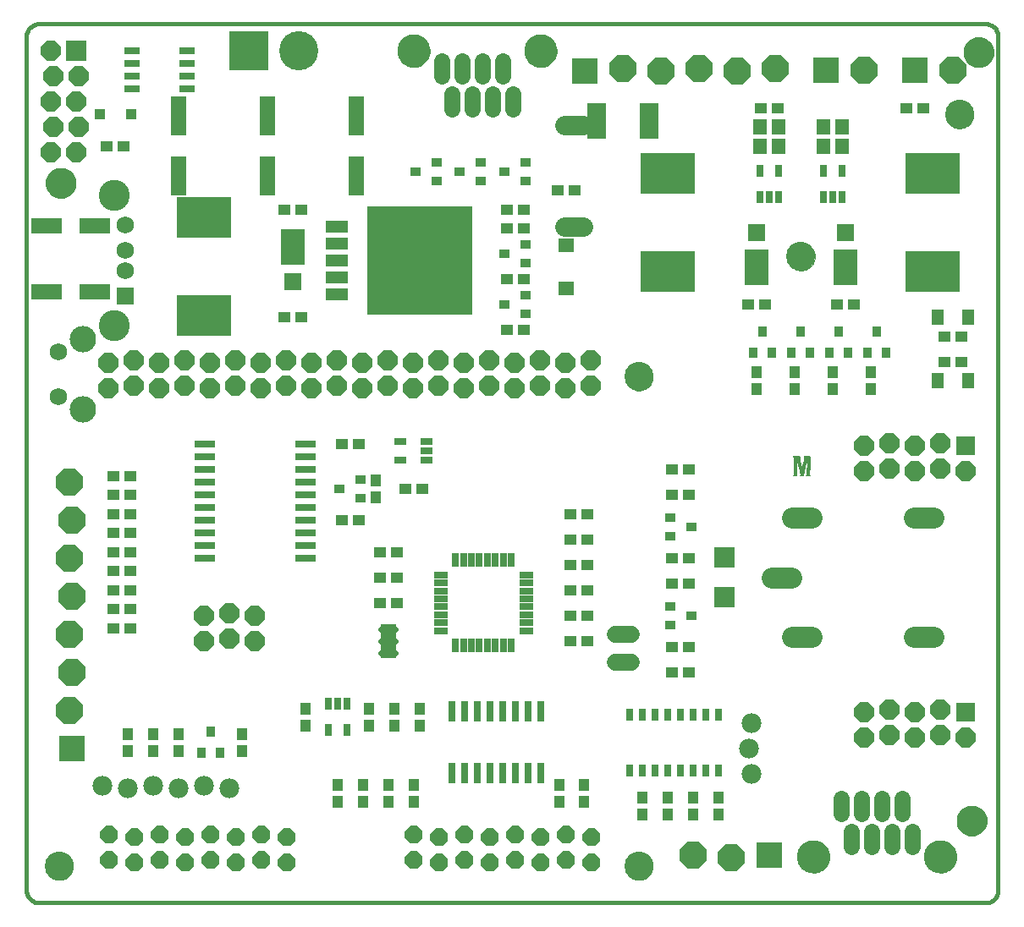
<source format=gts>
G75*
%MOIN*%
%OFA0B0*%
%FSLAX24Y24*%
%IPPOS*%
%LPD*%
%AMOC8*
5,1,8,0,0,1.08239X$1,22.5*
%
%ADD10C,0.0160*%
%ADD11C,0.0000*%
%ADD12C,0.1142*%
%ADD13C,0.0217*%
%ADD14R,0.0604X0.1376*%
%ADD15C,0.0680*%
%ADD16R,0.0540X0.0260*%
%ADD17R,0.0260X0.0540*%
%ADD18R,0.0434X0.0473*%
%ADD19R,0.0473X0.0434*%
%ADD20R,0.0591X0.1536*%
%ADD21OC8,0.0780*%
%ADD22C,0.0500*%
%ADD23C,0.0434*%
%ADD24C,0.0780*%
%ADD25R,0.1540X0.1540*%
%ADD26C,0.1540*%
%ADD27OC8,0.0700*%
%ADD28R,0.4138X0.4292*%
%ADD29R,0.0890X0.0460*%
%ADD30R,0.2166X0.1615*%
%ADD31R,0.1221X0.0591*%
%ADD32R,0.0946X0.1418*%
%ADD33R,0.0650X0.0709*%
%ADD34R,0.0394X0.0414*%
%ADD35R,0.0640X0.0280*%
%ADD36C,0.0780*%
%ADD37R,0.0300X0.0840*%
%ADD38R,0.0394X0.0355*%
%ADD39R,0.0512X0.0257*%
%ADD40R,0.0840X0.0300*%
%ADD41R,0.0257X0.0512*%
%ADD42R,0.0552X0.0631*%
%ADD43OC8,0.1040*%
%ADD44R,0.1040X0.1040*%
%ADD45R,0.0355X0.0394*%
%ADD46R,0.0780X0.0780*%
%ADD47C,0.0634*%
%ADD48C,0.1300*%
%ADD49C,0.0820*%
%ADD50R,0.0827X0.0827*%
%ADD51R,0.0512X0.0591*%
%ADD52C,0.0680*%
%ADD53C,0.1040*%
%ADD54OC8,0.0800*%
%ADD55R,0.0800X0.0800*%
%ADD56R,0.0276X0.0512*%
%ADD57R,0.0003X0.0003*%
%ADD58R,0.0029X0.0003*%
%ADD59R,0.0003X0.0003*%
%ADD60R,0.0044X0.0003*%
%ADD61R,0.0148X0.0003*%
%ADD62R,0.0112X0.0003*%
%ADD63R,0.0138X0.0003*%
%ADD64R,0.0159X0.0003*%
%ADD65R,0.0127X0.0003*%
%ADD66R,0.0159X0.0003*%
%ADD67R,0.0122X0.0003*%
%ADD68R,0.0156X0.0003*%
%ADD69R,0.0161X0.0003*%
%ADD70R,0.0161X0.0003*%
%ADD71R,0.0130X0.0003*%
%ADD72R,0.0161X0.0003*%
%ADD73R,0.0133X0.0003*%
%ADD74R,0.0164X0.0003*%
%ADD75R,0.0133X0.0003*%
%ADD76R,0.0135X0.0003*%
%ADD77R,0.0164X0.0003*%
%ADD78R,0.0138X0.0003*%
%ADD79R,0.0143X0.0003*%
%ADD80R,0.0140X0.0003*%
%ADD81R,0.0161X0.0003*%
%ADD82R,0.0164X0.0003*%
%ADD83R,0.0146X0.0003*%
%ADD84R,0.0146X0.0003*%
%ADD85R,0.0148X0.0003*%
%ADD86R,0.0164X0.0003*%
%ADD87R,0.0151X0.0003*%
%ADD88R,0.0153X0.0003*%
%ADD89R,0.0151X0.0003*%
%ADD90R,0.0153X0.0003*%
%ADD91R,0.0153X0.0003*%
%ADD92R,0.0156X0.0003*%
%ADD93R,0.0156X0.0003*%
%ADD94R,0.0166X0.0003*%
%ADD95R,0.0166X0.0003*%
%ADD96R,0.0169X0.0003*%
%ADD97R,0.0172X0.0003*%
%ADD98R,0.0174X0.0003*%
%ADD99R,0.0169X0.0003*%
%ADD100R,0.0179X0.0003*%
%ADD101R,0.0179X0.0003*%
%ADD102R,0.0185X0.0003*%
%ADD103R,0.0182X0.0003*%
%ADD104R,0.0185X0.0003*%
%ADD105R,0.0190X0.0003*%
%ADD106R,0.0192X0.0003*%
%ADD107R,0.0195X0.0003*%
%ADD108R,0.0198X0.0003*%
%ADD109R,0.0200X0.0003*%
%ADD110R,0.0203X0.0003*%
%ADD111R,0.0200X0.0003*%
%ADD112R,0.0203X0.0003*%
%ADD113R,0.0205X0.0003*%
%ADD114R,0.0205X0.0003*%
%ADD115R,0.0208X0.0003*%
%ADD116R,0.0208X0.0003*%
%ADD117R,0.0211X0.0003*%
%ADD118R,0.0213X0.0003*%
%ADD119R,0.0213X0.0003*%
%ADD120R,0.0216X0.0003*%
%ADD121R,0.0216X0.0003*%
%ADD122R,0.0218X0.0003*%
%ADD123R,0.0221X0.0003*%
%ADD124R,0.0221X0.0003*%
%ADD125R,0.0221X0.0003*%
%ADD126R,0.0224X0.0003*%
%ADD127R,0.0226X0.0003*%
%ADD128R,0.0226X0.0003*%
%ADD129R,0.0231X0.0003*%
%ADD130R,0.0229X0.0003*%
%ADD131R,0.0231X0.0003*%
%ADD132R,0.0234X0.0003*%
%ADD133R,0.0237X0.0003*%
%ADD134R,0.0239X0.0003*%
%ADD135R,0.0156X0.0003*%
%ADD136R,0.0242X0.0003*%
%ADD137R,0.0239X0.0003*%
%ADD138R,0.0242X0.0003*%
%ADD139R,0.0244X0.0003*%
%ADD140R,0.0244X0.0003*%
%ADD141R,0.0247X0.0003*%
%ADD142R,0.0250X0.0003*%
%ADD143R,0.0250X0.0003*%
%ADD144R,0.0252X0.0003*%
%ADD145R,0.0153X0.0003*%
%ADD146R,0.0252X0.0003*%
%ADD147R,0.0255X0.0003*%
%ADD148R,0.0255X0.0003*%
%ADD149R,0.0257X0.0003*%
%ADD150R,0.0257X0.0003*%
%ADD151R,0.0260X0.0003*%
%ADD152R,0.0260X0.0003*%
%ADD153R,0.0263X0.0003*%
%ADD154R,0.0265X0.0003*%
%ADD155R,0.0265X0.0003*%
%ADD156R,0.0268X0.0003*%
%ADD157R,0.0133X0.0003*%
%ADD158R,0.0127X0.0003*%
%ADD159R,0.0130X0.0003*%
%ADD160R,0.0127X0.0003*%
%ADD161R,0.0127X0.0003*%
%ADD162R,0.0125X0.0003*%
%ADD163R,0.0125X0.0003*%
%ADD164R,0.0125X0.0003*%
%ADD165R,0.0122X0.0003*%
%ADD166R,0.0125X0.0003*%
%ADD167R,0.0133X0.0003*%
%ADD168R,0.0296X0.0003*%
%ADD169R,0.0296X0.0003*%
%ADD170R,0.0294X0.0003*%
%ADD171R,0.0296X0.0003*%
%ADD172R,0.0294X0.0003*%
%ADD173R,0.0294X0.0003*%
%ADD174R,0.0294X0.0003*%
%ADD175R,0.0291X0.0003*%
%ADD176R,0.0291X0.0003*%
%ADD177R,0.0289X0.0003*%
%ADD178R,0.0289X0.0003*%
%ADD179R,0.0286X0.0003*%
%ADD180R,0.0286X0.0003*%
%ADD181R,0.0286X0.0003*%
%ADD182R,0.0286X0.0003*%
%ADD183R,0.0283X0.0003*%
%ADD184R,0.0283X0.0003*%
%ADD185R,0.0281X0.0003*%
%ADD186R,0.0278X0.0003*%
%ADD187R,0.0281X0.0003*%
%ADD188R,0.0278X0.0003*%
%ADD189R,0.0278X0.0003*%
%ADD190R,0.0276X0.0003*%
%ADD191R,0.0278X0.0003*%
%ADD192R,0.0276X0.0003*%
%ADD193R,0.0273X0.0003*%
%ADD194R,0.0273X0.0003*%
%ADD195R,0.0273X0.0003*%
%ADD196R,0.0273X0.0003*%
%ADD197R,0.0270X0.0003*%
%ADD198R,0.0270X0.0003*%
%ADD199R,0.0268X0.0003*%
%ADD200R,0.0268X0.0003*%
%ADD201R,0.0263X0.0003*%
%ADD202R,0.0263X0.0003*%
%ADD203R,0.0263X0.0003*%
%ADD204R,0.0265X0.0003*%
%ADD205R,0.0255X0.0003*%
%ADD206R,0.0257X0.0003*%
%ADD207R,0.0247X0.0003*%
%ADD208R,0.0244X0.0003*%
%ADD209R,0.0237X0.0003*%
%ADD210R,0.0237X0.0003*%
%ADD211R,0.0003X0.0003*%
%ADD212R,0.0003X0.0003*%
%ADD213R,0.0190X0.0003*%
%ADD214R,0.0619X0.0540*%
%ADD215C,0.1221*%
%ADD216R,0.0690X0.0690*%
%ADD217C,0.0690*%
%ADD218R,0.0741X0.1418*%
D10*
X008367Y006725D02*
X008367Y040371D01*
X008369Y040415D01*
X008375Y040458D01*
X008384Y040500D01*
X008397Y040542D01*
X008414Y040582D01*
X008434Y040621D01*
X008457Y040658D01*
X008484Y040692D01*
X008513Y040725D01*
X008546Y040754D01*
X008580Y040781D01*
X008617Y040804D01*
X008656Y040824D01*
X008696Y040841D01*
X008738Y040854D01*
X008780Y040863D01*
X008823Y040869D01*
X008867Y040871D01*
X046135Y040871D01*
X046179Y040869D01*
X046222Y040863D01*
X046264Y040854D01*
X046306Y040841D01*
X046346Y040824D01*
X046385Y040804D01*
X046422Y040781D01*
X046456Y040754D01*
X046489Y040725D01*
X046518Y040692D01*
X046545Y040658D01*
X046568Y040621D01*
X046588Y040582D01*
X046605Y040542D01*
X046618Y040500D01*
X046627Y040458D01*
X046633Y040415D01*
X046635Y040371D01*
X046635Y006725D01*
X046633Y006681D01*
X046627Y006638D01*
X046618Y006596D01*
X046605Y006554D01*
X046588Y006514D01*
X046568Y006475D01*
X046545Y006438D01*
X046518Y006404D01*
X046489Y006371D01*
X046456Y006342D01*
X046422Y006315D01*
X046385Y006292D01*
X046346Y006272D01*
X046306Y006255D01*
X046264Y006242D01*
X046222Y006233D01*
X046179Y006227D01*
X046135Y006225D01*
X008867Y006225D01*
X008823Y006227D01*
X008780Y006233D01*
X008738Y006242D01*
X008696Y006255D01*
X008656Y006272D01*
X008617Y006292D01*
X008580Y006315D01*
X008546Y006342D01*
X008513Y006371D01*
X008484Y006404D01*
X008457Y006438D01*
X008434Y006475D01*
X008414Y006514D01*
X008397Y006554D01*
X008384Y006596D01*
X008375Y006638D01*
X008369Y006681D01*
X008367Y006725D01*
D11*
X009103Y007678D02*
X009105Y007725D01*
X009111Y007771D01*
X009121Y007817D01*
X009134Y007862D01*
X009152Y007905D01*
X009173Y007947D01*
X009197Y007987D01*
X009225Y008024D01*
X009256Y008059D01*
X009290Y008092D01*
X009326Y008121D01*
X009365Y008147D01*
X009406Y008170D01*
X009449Y008189D01*
X009493Y008205D01*
X009538Y008217D01*
X009584Y008225D01*
X009631Y008229D01*
X009677Y008229D01*
X009724Y008225D01*
X009770Y008217D01*
X009815Y008205D01*
X009859Y008189D01*
X009902Y008170D01*
X009943Y008147D01*
X009982Y008121D01*
X010018Y008092D01*
X010052Y008059D01*
X010083Y008024D01*
X010111Y007987D01*
X010135Y007947D01*
X010156Y007905D01*
X010174Y007862D01*
X010187Y007817D01*
X010197Y007771D01*
X010203Y007725D01*
X010205Y007678D01*
X010203Y007631D01*
X010197Y007585D01*
X010187Y007539D01*
X010174Y007494D01*
X010156Y007451D01*
X010135Y007409D01*
X010111Y007369D01*
X010083Y007332D01*
X010052Y007297D01*
X010018Y007264D01*
X009982Y007235D01*
X009943Y007209D01*
X009902Y007186D01*
X009859Y007167D01*
X009815Y007151D01*
X009770Y007139D01*
X009724Y007131D01*
X009677Y007127D01*
X009631Y007127D01*
X009584Y007131D01*
X009538Y007139D01*
X009493Y007151D01*
X009449Y007167D01*
X009406Y007186D01*
X009365Y007209D01*
X009326Y007235D01*
X009290Y007264D01*
X009256Y007297D01*
X009225Y007332D01*
X009197Y007369D01*
X009173Y007409D01*
X009152Y007451D01*
X009134Y007494D01*
X009121Y007539D01*
X009111Y007585D01*
X009105Y007631D01*
X009103Y007678D01*
X031938Y007678D02*
X031940Y007725D01*
X031946Y007771D01*
X031956Y007817D01*
X031969Y007862D01*
X031987Y007905D01*
X032008Y007947D01*
X032032Y007987D01*
X032060Y008024D01*
X032091Y008059D01*
X032125Y008092D01*
X032161Y008121D01*
X032200Y008147D01*
X032241Y008170D01*
X032284Y008189D01*
X032328Y008205D01*
X032373Y008217D01*
X032419Y008225D01*
X032466Y008229D01*
X032512Y008229D01*
X032559Y008225D01*
X032605Y008217D01*
X032650Y008205D01*
X032694Y008189D01*
X032737Y008170D01*
X032778Y008147D01*
X032817Y008121D01*
X032853Y008092D01*
X032887Y008059D01*
X032918Y008024D01*
X032946Y007987D01*
X032970Y007947D01*
X032991Y007905D01*
X033009Y007862D01*
X033022Y007817D01*
X033032Y007771D01*
X033038Y007725D01*
X033040Y007678D01*
X033038Y007631D01*
X033032Y007585D01*
X033022Y007539D01*
X033009Y007494D01*
X032991Y007451D01*
X032970Y007409D01*
X032946Y007369D01*
X032918Y007332D01*
X032887Y007297D01*
X032853Y007264D01*
X032817Y007235D01*
X032778Y007209D01*
X032737Y007186D01*
X032694Y007167D01*
X032650Y007151D01*
X032605Y007139D01*
X032559Y007131D01*
X032512Y007127D01*
X032466Y007127D01*
X032419Y007131D01*
X032373Y007139D01*
X032328Y007151D01*
X032284Y007167D01*
X032241Y007186D01*
X032200Y007209D01*
X032161Y007235D01*
X032125Y007264D01*
X032091Y007297D01*
X032060Y007332D01*
X032032Y007369D01*
X032008Y007409D01*
X031987Y007451D01*
X031969Y007494D01*
X031956Y007539D01*
X031946Y007585D01*
X031940Y007631D01*
X031938Y007678D01*
X038737Y008050D02*
X038739Y008100D01*
X038745Y008150D01*
X038755Y008199D01*
X038769Y008247D01*
X038786Y008294D01*
X038807Y008339D01*
X038832Y008383D01*
X038860Y008424D01*
X038892Y008463D01*
X038926Y008500D01*
X038963Y008534D01*
X039003Y008564D01*
X039045Y008591D01*
X039089Y008615D01*
X039135Y008636D01*
X039182Y008652D01*
X039230Y008665D01*
X039280Y008674D01*
X039329Y008679D01*
X039380Y008680D01*
X039430Y008677D01*
X039479Y008670D01*
X039528Y008659D01*
X039576Y008644D01*
X039622Y008626D01*
X039667Y008604D01*
X039710Y008578D01*
X039751Y008549D01*
X039790Y008517D01*
X039826Y008482D01*
X039858Y008444D01*
X039888Y008404D01*
X039915Y008361D01*
X039938Y008317D01*
X039957Y008271D01*
X039973Y008223D01*
X039985Y008174D01*
X039993Y008125D01*
X039997Y008075D01*
X039997Y008025D01*
X039993Y007975D01*
X039985Y007926D01*
X039973Y007877D01*
X039957Y007829D01*
X039938Y007783D01*
X039915Y007739D01*
X039888Y007696D01*
X039858Y007656D01*
X039826Y007618D01*
X039790Y007583D01*
X039751Y007551D01*
X039710Y007522D01*
X039667Y007496D01*
X039622Y007474D01*
X039576Y007456D01*
X039528Y007441D01*
X039479Y007430D01*
X039430Y007423D01*
X039380Y007420D01*
X039329Y007421D01*
X039280Y007426D01*
X039230Y007435D01*
X039182Y007448D01*
X039135Y007464D01*
X039089Y007485D01*
X039045Y007509D01*
X039003Y007536D01*
X038963Y007566D01*
X038926Y007600D01*
X038892Y007637D01*
X038860Y007676D01*
X038832Y007717D01*
X038807Y007761D01*
X038786Y007806D01*
X038769Y007853D01*
X038755Y007901D01*
X038745Y007950D01*
X038739Y008000D01*
X038737Y008050D01*
X043737Y008050D02*
X043739Y008100D01*
X043745Y008150D01*
X043755Y008199D01*
X043769Y008247D01*
X043786Y008294D01*
X043807Y008339D01*
X043832Y008383D01*
X043860Y008424D01*
X043892Y008463D01*
X043926Y008500D01*
X043963Y008534D01*
X044003Y008564D01*
X044045Y008591D01*
X044089Y008615D01*
X044135Y008636D01*
X044182Y008652D01*
X044230Y008665D01*
X044280Y008674D01*
X044329Y008679D01*
X044380Y008680D01*
X044430Y008677D01*
X044479Y008670D01*
X044528Y008659D01*
X044576Y008644D01*
X044622Y008626D01*
X044667Y008604D01*
X044710Y008578D01*
X044751Y008549D01*
X044790Y008517D01*
X044826Y008482D01*
X044858Y008444D01*
X044888Y008404D01*
X044915Y008361D01*
X044938Y008317D01*
X044957Y008271D01*
X044973Y008223D01*
X044985Y008174D01*
X044993Y008125D01*
X044997Y008075D01*
X044997Y008025D01*
X044993Y007975D01*
X044985Y007926D01*
X044973Y007877D01*
X044957Y007829D01*
X044938Y007783D01*
X044915Y007739D01*
X044888Y007696D01*
X044858Y007656D01*
X044826Y007618D01*
X044790Y007583D01*
X044751Y007551D01*
X044710Y007522D01*
X044667Y007496D01*
X044622Y007474D01*
X044576Y007456D01*
X044528Y007441D01*
X044479Y007430D01*
X044430Y007423D01*
X044380Y007420D01*
X044329Y007421D01*
X044280Y007426D01*
X044230Y007435D01*
X044182Y007448D01*
X044135Y007464D01*
X044089Y007485D01*
X044045Y007509D01*
X044003Y007536D01*
X043963Y007566D01*
X043926Y007600D01*
X043892Y007637D01*
X043860Y007676D01*
X043832Y007717D01*
X043807Y007761D01*
X043786Y007806D01*
X043769Y007853D01*
X043755Y007901D01*
X043745Y007950D01*
X043739Y008000D01*
X043737Y008050D01*
X031938Y026969D02*
X031940Y027016D01*
X031946Y027062D01*
X031956Y027108D01*
X031969Y027153D01*
X031987Y027196D01*
X032008Y027238D01*
X032032Y027278D01*
X032060Y027315D01*
X032091Y027350D01*
X032125Y027383D01*
X032161Y027412D01*
X032200Y027438D01*
X032241Y027461D01*
X032284Y027480D01*
X032328Y027496D01*
X032373Y027508D01*
X032419Y027516D01*
X032466Y027520D01*
X032512Y027520D01*
X032559Y027516D01*
X032605Y027508D01*
X032650Y027496D01*
X032694Y027480D01*
X032737Y027461D01*
X032778Y027438D01*
X032817Y027412D01*
X032853Y027383D01*
X032887Y027350D01*
X032918Y027315D01*
X032946Y027278D01*
X032970Y027238D01*
X032991Y027196D01*
X033009Y027153D01*
X033022Y027108D01*
X033032Y027062D01*
X033038Y027016D01*
X033040Y026969D01*
X033038Y026922D01*
X033032Y026876D01*
X033022Y026830D01*
X033009Y026785D01*
X032991Y026742D01*
X032970Y026700D01*
X032946Y026660D01*
X032918Y026623D01*
X032887Y026588D01*
X032853Y026555D01*
X032817Y026526D01*
X032778Y026500D01*
X032737Y026477D01*
X032694Y026458D01*
X032650Y026442D01*
X032605Y026430D01*
X032559Y026422D01*
X032512Y026418D01*
X032466Y026418D01*
X032419Y026422D01*
X032373Y026430D01*
X032328Y026442D01*
X032284Y026458D01*
X032241Y026477D01*
X032200Y026500D01*
X032161Y026526D01*
X032125Y026555D01*
X032091Y026588D01*
X032060Y026623D01*
X032032Y026660D01*
X032008Y026700D01*
X031987Y026742D01*
X031969Y026785D01*
X031956Y026830D01*
X031946Y026876D01*
X031940Y026922D01*
X031938Y026969D01*
X038316Y031700D02*
X038318Y031747D01*
X038324Y031793D01*
X038334Y031839D01*
X038347Y031884D01*
X038365Y031927D01*
X038386Y031969D01*
X038410Y032009D01*
X038438Y032046D01*
X038469Y032081D01*
X038503Y032114D01*
X038539Y032143D01*
X038578Y032169D01*
X038619Y032192D01*
X038662Y032211D01*
X038706Y032227D01*
X038751Y032239D01*
X038797Y032247D01*
X038844Y032251D01*
X038890Y032251D01*
X038937Y032247D01*
X038983Y032239D01*
X039028Y032227D01*
X039072Y032211D01*
X039115Y032192D01*
X039156Y032169D01*
X039195Y032143D01*
X039231Y032114D01*
X039265Y032081D01*
X039296Y032046D01*
X039324Y032009D01*
X039348Y031969D01*
X039369Y031927D01*
X039387Y031884D01*
X039400Y031839D01*
X039410Y031793D01*
X039416Y031747D01*
X039418Y031700D01*
X039416Y031653D01*
X039410Y031607D01*
X039400Y031561D01*
X039387Y031516D01*
X039369Y031473D01*
X039348Y031431D01*
X039324Y031391D01*
X039296Y031354D01*
X039265Y031319D01*
X039231Y031286D01*
X039195Y031257D01*
X039156Y031231D01*
X039115Y031208D01*
X039072Y031189D01*
X039028Y031173D01*
X038983Y031161D01*
X038937Y031153D01*
X038890Y031149D01*
X038844Y031149D01*
X038797Y031153D01*
X038751Y031161D01*
X038706Y031173D01*
X038662Y031189D01*
X038619Y031208D01*
X038578Y031231D01*
X038539Y031257D01*
X038503Y031286D01*
X038469Y031319D01*
X038438Y031354D01*
X038410Y031391D01*
X038386Y031431D01*
X038365Y031473D01*
X038347Y031516D01*
X038334Y031561D01*
X038324Y031607D01*
X038318Y031653D01*
X038316Y031700D01*
X044566Y037300D02*
X044568Y037347D01*
X044574Y037393D01*
X044584Y037439D01*
X044597Y037484D01*
X044615Y037527D01*
X044636Y037569D01*
X044660Y037609D01*
X044688Y037646D01*
X044719Y037681D01*
X044753Y037714D01*
X044789Y037743D01*
X044828Y037769D01*
X044869Y037792D01*
X044912Y037811D01*
X044956Y037827D01*
X045001Y037839D01*
X045047Y037847D01*
X045094Y037851D01*
X045140Y037851D01*
X045187Y037847D01*
X045233Y037839D01*
X045278Y037827D01*
X045322Y037811D01*
X045365Y037792D01*
X045406Y037769D01*
X045445Y037743D01*
X045481Y037714D01*
X045515Y037681D01*
X045546Y037646D01*
X045574Y037609D01*
X045598Y037569D01*
X045619Y037527D01*
X045637Y037484D01*
X045650Y037439D01*
X045660Y037393D01*
X045666Y037347D01*
X045668Y037300D01*
X045666Y037253D01*
X045660Y037207D01*
X045650Y037161D01*
X045637Y037116D01*
X045619Y037073D01*
X045598Y037031D01*
X045574Y036991D01*
X045546Y036954D01*
X045515Y036919D01*
X045481Y036886D01*
X045445Y036857D01*
X045406Y036831D01*
X045365Y036808D01*
X045322Y036789D01*
X045278Y036773D01*
X045233Y036761D01*
X045187Y036753D01*
X045140Y036749D01*
X045094Y036749D01*
X045047Y036753D01*
X045001Y036761D01*
X044956Y036773D01*
X044912Y036789D01*
X044869Y036808D01*
X044828Y036831D01*
X044789Y036857D01*
X044753Y036886D01*
X044719Y036919D01*
X044688Y036954D01*
X044660Y036991D01*
X044636Y037031D01*
X044615Y037073D01*
X044597Y037116D01*
X044584Y037161D01*
X044574Y037207D01*
X044568Y037253D01*
X044566Y037300D01*
X027987Y039800D02*
X027989Y039850D01*
X027995Y039900D01*
X028005Y039949D01*
X028019Y039997D01*
X028036Y040044D01*
X028057Y040089D01*
X028082Y040133D01*
X028110Y040174D01*
X028142Y040213D01*
X028176Y040250D01*
X028213Y040284D01*
X028253Y040314D01*
X028295Y040341D01*
X028339Y040365D01*
X028385Y040386D01*
X028432Y040402D01*
X028480Y040415D01*
X028530Y040424D01*
X028579Y040429D01*
X028630Y040430D01*
X028680Y040427D01*
X028729Y040420D01*
X028778Y040409D01*
X028826Y040394D01*
X028872Y040376D01*
X028917Y040354D01*
X028960Y040328D01*
X029001Y040299D01*
X029040Y040267D01*
X029076Y040232D01*
X029108Y040194D01*
X029138Y040154D01*
X029165Y040111D01*
X029188Y040067D01*
X029207Y040021D01*
X029223Y039973D01*
X029235Y039924D01*
X029243Y039875D01*
X029247Y039825D01*
X029247Y039775D01*
X029243Y039725D01*
X029235Y039676D01*
X029223Y039627D01*
X029207Y039579D01*
X029188Y039533D01*
X029165Y039489D01*
X029138Y039446D01*
X029108Y039406D01*
X029076Y039368D01*
X029040Y039333D01*
X029001Y039301D01*
X028960Y039272D01*
X028917Y039246D01*
X028872Y039224D01*
X028826Y039206D01*
X028778Y039191D01*
X028729Y039180D01*
X028680Y039173D01*
X028630Y039170D01*
X028579Y039171D01*
X028530Y039176D01*
X028480Y039185D01*
X028432Y039198D01*
X028385Y039214D01*
X028339Y039235D01*
X028295Y039259D01*
X028253Y039286D01*
X028213Y039316D01*
X028176Y039350D01*
X028142Y039387D01*
X028110Y039426D01*
X028082Y039467D01*
X028057Y039511D01*
X028036Y039556D01*
X028019Y039603D01*
X028005Y039651D01*
X027995Y039700D01*
X027989Y039750D01*
X027987Y039800D01*
X022987Y039800D02*
X022989Y039850D01*
X022995Y039900D01*
X023005Y039949D01*
X023019Y039997D01*
X023036Y040044D01*
X023057Y040089D01*
X023082Y040133D01*
X023110Y040174D01*
X023142Y040213D01*
X023176Y040250D01*
X023213Y040284D01*
X023253Y040314D01*
X023295Y040341D01*
X023339Y040365D01*
X023385Y040386D01*
X023432Y040402D01*
X023480Y040415D01*
X023530Y040424D01*
X023579Y040429D01*
X023630Y040430D01*
X023680Y040427D01*
X023729Y040420D01*
X023778Y040409D01*
X023826Y040394D01*
X023872Y040376D01*
X023917Y040354D01*
X023960Y040328D01*
X024001Y040299D01*
X024040Y040267D01*
X024076Y040232D01*
X024108Y040194D01*
X024138Y040154D01*
X024165Y040111D01*
X024188Y040067D01*
X024207Y040021D01*
X024223Y039973D01*
X024235Y039924D01*
X024243Y039875D01*
X024247Y039825D01*
X024247Y039775D01*
X024243Y039725D01*
X024235Y039676D01*
X024223Y039627D01*
X024207Y039579D01*
X024188Y039533D01*
X024165Y039489D01*
X024138Y039446D01*
X024108Y039406D01*
X024076Y039368D01*
X024040Y039333D01*
X024001Y039301D01*
X023960Y039272D01*
X023917Y039246D01*
X023872Y039224D01*
X023826Y039206D01*
X023778Y039191D01*
X023729Y039180D01*
X023680Y039173D01*
X023630Y039170D01*
X023579Y039171D01*
X023530Y039176D01*
X023480Y039185D01*
X023432Y039198D01*
X023385Y039214D01*
X023339Y039235D01*
X023295Y039259D01*
X023253Y039286D01*
X023213Y039316D01*
X023176Y039350D01*
X023142Y039387D01*
X023110Y039426D01*
X023082Y039467D01*
X023057Y039511D01*
X023036Y039556D01*
X023019Y039603D01*
X023005Y039651D01*
X022995Y039700D01*
X022989Y039750D01*
X022987Y039800D01*
D12*
X032489Y026969D03*
X038867Y031700D03*
X045117Y037300D03*
X032489Y007678D03*
X009654Y007678D03*
D13*
X022330Y016078D02*
X022330Y016078D01*
X022904Y016078D01*
X022904Y016078D01*
X022330Y016078D01*
X022330Y016550D02*
X022330Y016550D01*
X022904Y016550D01*
X022904Y016550D01*
X022330Y016550D01*
X022330Y017022D02*
X022330Y017022D01*
X022904Y017022D01*
X022904Y017022D01*
X022330Y017022D01*
D14*
X022616Y016551D03*
D15*
X031547Y016800D02*
X032187Y016800D01*
X032187Y015700D02*
X031547Y015700D01*
D16*
X028057Y016948D03*
X028057Y017263D03*
X028057Y017578D03*
X028057Y017893D03*
X028057Y018207D03*
X028057Y018522D03*
X028057Y018837D03*
X028057Y019152D03*
X024677Y019152D03*
X024677Y018837D03*
X024677Y018522D03*
X024677Y018207D03*
X024677Y017893D03*
X024677Y017578D03*
X024677Y017263D03*
X024677Y016948D03*
D17*
X025265Y016360D03*
X025579Y016360D03*
X025894Y016360D03*
X026209Y016360D03*
X026524Y016360D03*
X026839Y016360D03*
X027154Y016360D03*
X027469Y016360D03*
X027469Y019740D03*
X027154Y019740D03*
X026839Y019740D03*
X026524Y019740D03*
X026209Y019740D03*
X025894Y019740D03*
X025579Y019740D03*
X025265Y019740D03*
D18*
X022117Y022215D03*
X022117Y022885D03*
X021867Y013885D03*
X021867Y013215D03*
X022867Y013215D03*
X022867Y013885D03*
X023867Y013885D03*
X023867Y013215D03*
X023617Y010885D03*
X023617Y010215D03*
X022617Y010215D03*
X022617Y010885D03*
X021617Y010885D03*
X021617Y010215D03*
X020617Y010215D03*
X020617Y010885D03*
X019367Y013215D03*
X019367Y013885D03*
X016867Y012885D03*
X016867Y012215D03*
X014367Y012215D03*
X014367Y012885D03*
X013367Y012885D03*
X013367Y012215D03*
X012367Y012215D03*
X012367Y012885D03*
X029367Y010885D03*
X029367Y010215D03*
X030317Y010215D03*
X030317Y010885D03*
X032617Y010385D03*
X032617Y009715D03*
X033617Y009715D03*
X033617Y010385D03*
X034617Y010385D03*
X034617Y009715D03*
X035617Y009715D03*
X035617Y010385D03*
X037117Y026465D03*
X037117Y027135D03*
X038617Y027135D03*
X038617Y026465D03*
X040117Y026465D03*
X040117Y027135D03*
X041617Y027135D03*
X041617Y026465D03*
D19*
X044532Y027550D03*
X045202Y027550D03*
X045202Y028550D03*
X044532Y028550D03*
X040952Y029800D03*
X040282Y029800D03*
X037452Y029800D03*
X036782Y029800D03*
X029952Y034300D03*
X029282Y034300D03*
X027952Y033550D03*
X027282Y033550D03*
X027282Y032800D03*
X027952Y032800D03*
X027952Y030800D03*
X027282Y030800D03*
X027282Y028800D03*
X027952Y028800D03*
X021452Y024300D03*
X020782Y024300D03*
X023282Y022550D03*
X023952Y022550D03*
X022952Y020050D03*
X022282Y020050D03*
X021452Y021300D03*
X020782Y021300D03*
X022282Y019050D03*
X022952Y019050D03*
X022952Y018050D03*
X022282Y018050D03*
X029782Y017550D03*
X030452Y017550D03*
X030452Y016550D03*
X029782Y016550D03*
X029782Y018550D03*
X030452Y018550D03*
X030452Y019550D03*
X029782Y019550D03*
X029782Y020550D03*
X030452Y020550D03*
X030452Y021550D03*
X029782Y021550D03*
X033782Y022300D03*
X034452Y022300D03*
X034452Y023300D03*
X033782Y023300D03*
X033782Y019800D03*
X034452Y019800D03*
X034452Y018800D03*
X033782Y018800D03*
X033782Y016300D03*
X034452Y016300D03*
X034452Y015300D03*
X033782Y015300D03*
X019202Y029300D03*
X018532Y029300D03*
X018532Y033550D03*
X019202Y033550D03*
X012202Y036050D03*
X011532Y036050D03*
X011782Y023050D03*
X012452Y023050D03*
X012452Y022300D03*
X012452Y021550D03*
X011782Y021550D03*
X011782Y022300D03*
X011782Y020800D03*
X011782Y020050D03*
X012452Y020050D03*
X012452Y020800D03*
X012452Y019300D03*
X011782Y019300D03*
X011782Y018550D03*
X011782Y017800D03*
X012452Y017800D03*
X012452Y018550D03*
X012452Y017050D03*
X011782Y017050D03*
X037282Y037550D03*
X037952Y037550D03*
X043032Y037550D03*
X043702Y037550D03*
D20*
X021367Y037231D03*
X021367Y034869D03*
X017867Y034869D03*
X017867Y037231D03*
X014367Y037231D03*
X014367Y034869D03*
D21*
X014587Y027618D03*
X014587Y026618D03*
X013587Y026518D03*
X012587Y026618D03*
X012587Y027618D03*
X011587Y027518D03*
X011587Y026518D03*
X013587Y027518D03*
X015587Y027518D03*
X016587Y027618D03*
X017587Y027518D03*
X018587Y027618D03*
X018587Y026618D03*
X017587Y026518D03*
X016587Y026618D03*
X015587Y026518D03*
X019587Y026518D03*
X020587Y026618D03*
X020587Y027618D03*
X019587Y027518D03*
X021587Y027518D03*
X022587Y027618D03*
X022587Y026618D03*
X021587Y026518D03*
X023587Y026518D03*
X024587Y026618D03*
X024587Y027618D03*
X023587Y027518D03*
X025587Y027518D03*
X026587Y027618D03*
X026587Y026618D03*
X025587Y026518D03*
X027587Y026518D03*
X028587Y026618D03*
X028587Y027618D03*
X027587Y027518D03*
X029587Y027518D03*
X030587Y027618D03*
X030587Y026618D03*
X029603Y026518D03*
X041367Y024250D03*
X042367Y024350D03*
X042367Y023350D03*
X043367Y023250D03*
X044367Y023350D03*
X044367Y024350D03*
X043367Y024250D03*
X045367Y023250D03*
X041367Y023250D03*
X042367Y013850D03*
X042367Y012850D03*
X043367Y012750D03*
X043367Y013750D03*
X044367Y013850D03*
X044367Y012850D03*
X045367Y012750D03*
X041367Y012750D03*
X041367Y013750D03*
X017367Y016550D03*
X017367Y017550D03*
X016367Y017650D03*
X016367Y016650D03*
X015367Y016550D03*
X015367Y017550D03*
D22*
X009363Y034600D02*
X009365Y034637D01*
X009371Y034674D01*
X009380Y034709D01*
X009394Y034744D01*
X009410Y034777D01*
X009431Y034808D01*
X009454Y034837D01*
X009480Y034863D01*
X009509Y034886D01*
X009540Y034907D01*
X009573Y034923D01*
X009608Y034937D01*
X009643Y034946D01*
X009680Y034952D01*
X009717Y034954D01*
X009754Y034952D01*
X009791Y034946D01*
X009826Y034937D01*
X009861Y034923D01*
X009894Y034907D01*
X009925Y034886D01*
X009954Y034863D01*
X009980Y034837D01*
X010003Y034808D01*
X010024Y034777D01*
X010040Y034744D01*
X010054Y034709D01*
X010063Y034674D01*
X010069Y034637D01*
X010071Y034600D01*
X010069Y034563D01*
X010063Y034526D01*
X010054Y034491D01*
X010040Y034456D01*
X010024Y034423D01*
X010003Y034392D01*
X009980Y034363D01*
X009954Y034337D01*
X009925Y034314D01*
X009894Y034293D01*
X009861Y034277D01*
X009826Y034263D01*
X009791Y034254D01*
X009754Y034248D01*
X009717Y034246D01*
X009680Y034248D01*
X009643Y034254D01*
X009608Y034263D01*
X009573Y034277D01*
X009540Y034293D01*
X009509Y034314D01*
X009480Y034337D01*
X009454Y034363D01*
X009431Y034392D01*
X009410Y034423D01*
X009394Y034456D01*
X009380Y034491D01*
X009371Y034526D01*
X009365Y034563D01*
X009363Y034600D01*
X045243Y009467D02*
X045245Y009504D01*
X045251Y009541D01*
X045260Y009576D01*
X045274Y009611D01*
X045290Y009644D01*
X045311Y009675D01*
X045334Y009704D01*
X045360Y009730D01*
X045389Y009753D01*
X045420Y009774D01*
X045453Y009790D01*
X045488Y009804D01*
X045523Y009813D01*
X045560Y009819D01*
X045597Y009821D01*
X045634Y009819D01*
X045671Y009813D01*
X045706Y009804D01*
X045741Y009790D01*
X045774Y009774D01*
X045805Y009753D01*
X045834Y009730D01*
X045860Y009704D01*
X045883Y009675D01*
X045904Y009644D01*
X045920Y009611D01*
X045934Y009576D01*
X045943Y009541D01*
X045949Y009504D01*
X045951Y009467D01*
X045949Y009430D01*
X045943Y009393D01*
X045934Y009358D01*
X045920Y009323D01*
X045904Y009290D01*
X045883Y009259D01*
X045860Y009230D01*
X045834Y009204D01*
X045805Y009181D01*
X045774Y009160D01*
X045741Y009144D01*
X045706Y009130D01*
X045671Y009121D01*
X045634Y009115D01*
X045597Y009113D01*
X045560Y009115D01*
X045523Y009121D01*
X045488Y009130D01*
X045453Y009144D01*
X045420Y009160D01*
X045389Y009181D01*
X045360Y009204D01*
X045334Y009230D01*
X045311Y009259D01*
X045290Y009290D01*
X045274Y009323D01*
X045260Y009358D01*
X045251Y009393D01*
X045245Y009430D01*
X045243Y009467D01*
X045513Y039750D02*
X045515Y039787D01*
X045521Y039824D01*
X045530Y039859D01*
X045544Y039894D01*
X045560Y039927D01*
X045581Y039958D01*
X045604Y039987D01*
X045630Y040013D01*
X045659Y040036D01*
X045690Y040057D01*
X045723Y040073D01*
X045758Y040087D01*
X045793Y040096D01*
X045830Y040102D01*
X045867Y040104D01*
X045904Y040102D01*
X045941Y040096D01*
X045976Y040087D01*
X046011Y040073D01*
X046044Y040057D01*
X046075Y040036D01*
X046104Y040013D01*
X046130Y039987D01*
X046153Y039958D01*
X046174Y039927D01*
X046190Y039894D01*
X046204Y039859D01*
X046213Y039824D01*
X046219Y039787D01*
X046221Y039750D01*
X046219Y039713D01*
X046213Y039676D01*
X046204Y039641D01*
X046190Y039606D01*
X046174Y039573D01*
X046153Y039542D01*
X046130Y039513D01*
X046104Y039487D01*
X046075Y039464D01*
X046044Y039443D01*
X046011Y039427D01*
X045976Y039413D01*
X045941Y039404D01*
X045904Y039398D01*
X045867Y039396D01*
X045830Y039398D01*
X045793Y039404D01*
X045758Y039413D01*
X045723Y039427D01*
X045690Y039443D01*
X045659Y039464D01*
X045630Y039487D01*
X045604Y039513D01*
X045581Y039542D01*
X045560Y039573D01*
X045544Y039606D01*
X045530Y039641D01*
X045521Y039676D01*
X045515Y039713D01*
X045513Y039750D01*
D23*
X045867Y039750D03*
X045597Y009467D03*
X009717Y034600D03*
D24*
X011367Y010850D03*
X012367Y010750D03*
X013367Y010850D03*
X014367Y010750D03*
X015367Y010850D03*
X016367Y010750D03*
X036817Y012300D03*
X036917Y011300D03*
X036917Y013300D03*
D25*
X017117Y039800D03*
D26*
X019085Y039800D03*
D27*
X017617Y008900D03*
X016617Y008800D03*
X016617Y007800D03*
X017617Y007900D03*
X018617Y007800D03*
X018617Y008800D03*
X015617Y008900D03*
X014617Y008800D03*
X014617Y007800D03*
X015617Y007900D03*
X013617Y007900D03*
X012617Y007800D03*
X012617Y008800D03*
X013617Y008900D03*
X011617Y008900D03*
X011617Y007900D03*
X023617Y007900D03*
X024617Y007800D03*
X024617Y008800D03*
X025617Y008900D03*
X026617Y008800D03*
X026617Y007800D03*
X027617Y007900D03*
X028617Y007800D03*
X028617Y008800D03*
X029617Y008900D03*
X030617Y008800D03*
X030617Y007800D03*
X029617Y007900D03*
X027617Y008900D03*
X025617Y007900D03*
X023617Y008900D03*
D28*
X023867Y031550D03*
D29*
X020587Y031550D03*
X020587Y030880D03*
X020587Y030210D03*
X020587Y032220D03*
X020587Y032890D03*
D30*
X015367Y033229D03*
X015367Y029371D03*
X033617Y031121D03*
X033617Y034979D03*
X044067Y034979D03*
X044067Y031121D03*
D31*
X011062Y030300D03*
X009172Y030300D03*
X009172Y032900D03*
X011062Y032900D03*
D32*
X018867Y032081D03*
X037117Y031269D03*
X040617Y031269D03*
D33*
X040617Y032646D03*
X037117Y032646D03*
X018867Y030704D03*
D34*
X012487Y037300D03*
X011247Y037300D03*
D35*
X012537Y038300D03*
X012537Y038800D03*
X012537Y039300D03*
X012537Y039800D03*
X014697Y039800D03*
X014697Y039300D03*
X014697Y038800D03*
X014697Y038300D03*
D36*
X029566Y036869D02*
X030306Y036869D01*
X030306Y032869D02*
X029566Y032869D01*
D37*
X028617Y013760D03*
X028117Y013760D03*
X027617Y013760D03*
X027117Y013760D03*
X026617Y013760D03*
X026117Y013760D03*
X025617Y013760D03*
X025117Y013760D03*
X025117Y011340D03*
X025617Y011340D03*
X026117Y011340D03*
X026617Y011340D03*
X027117Y011340D03*
X027617Y011340D03*
X028117Y011340D03*
X028617Y011340D03*
D38*
X033723Y017176D03*
X034550Y017550D03*
X033723Y017924D03*
X033723Y020676D03*
X034550Y021050D03*
X033723Y021424D03*
X028011Y029426D03*
X028011Y030174D03*
X027184Y029800D03*
X028011Y031426D03*
X028011Y032174D03*
X027184Y031800D03*
X028011Y034676D03*
X028011Y035424D03*
X027184Y035050D03*
X026261Y034676D03*
X025434Y035050D03*
X026261Y035424D03*
X024511Y035424D03*
X024511Y034676D03*
X023684Y035050D03*
X021511Y022924D03*
X021511Y022176D03*
X020684Y022550D03*
D39*
X023105Y023676D03*
X023105Y024424D03*
X024129Y024424D03*
X024129Y024050D03*
X024129Y023676D03*
D40*
X019347Y023800D03*
X019347Y023300D03*
X019347Y022800D03*
X019347Y022300D03*
X019347Y021800D03*
X019347Y021300D03*
X019347Y020800D03*
X019347Y020300D03*
X019347Y019800D03*
X015387Y019800D03*
X015387Y020300D03*
X015387Y020800D03*
X015387Y021300D03*
X015387Y021800D03*
X015387Y022300D03*
X015387Y022800D03*
X015387Y023300D03*
X015387Y023800D03*
X015387Y024300D03*
X019347Y024300D03*
D41*
X020243Y014062D03*
X020617Y014062D03*
X020991Y014062D03*
X020991Y013038D03*
X020243Y013038D03*
X037243Y034038D03*
X037617Y034038D03*
X037991Y034038D03*
X037991Y035062D03*
X037243Y035062D03*
X039743Y035062D03*
X040491Y035062D03*
X040491Y034038D03*
X040117Y034038D03*
X039743Y034038D03*
D42*
X039743Y036050D03*
X040491Y036050D03*
X040491Y036800D03*
X039743Y036800D03*
X037991Y036800D03*
X037243Y036800D03*
X037243Y036050D03*
X037991Y036050D03*
D43*
X036367Y039000D03*
X037867Y039100D03*
X034867Y039100D03*
X033367Y039000D03*
X031867Y039100D03*
X041367Y039050D03*
X044867Y039050D03*
X036117Y008000D03*
X034617Y008100D03*
X010067Y013800D03*
X010167Y015300D03*
X010067Y016800D03*
X010167Y018300D03*
X010067Y019800D03*
X010167Y021300D03*
X010067Y022800D03*
D44*
X010167Y012300D03*
X037617Y008100D03*
X039867Y039050D03*
X043367Y039050D03*
X030367Y039000D03*
D45*
X037367Y028733D03*
X037741Y027906D03*
X036993Y027906D03*
X038493Y027906D03*
X039241Y027906D03*
X039993Y027906D03*
X040741Y027906D03*
X041493Y027906D03*
X042241Y027906D03*
X041867Y028733D03*
X040367Y028733D03*
X038867Y028733D03*
X015617Y012983D03*
X015991Y012156D03*
X015243Y012156D03*
D46*
X045367Y013750D03*
X045367Y024250D03*
D47*
X042867Y010344D02*
X042867Y009750D01*
X042067Y009750D02*
X042067Y010344D01*
X041267Y010344D02*
X041267Y009750D01*
X040467Y009750D02*
X040467Y010344D01*
X040867Y009050D02*
X040867Y008456D01*
X041667Y008456D02*
X041667Y009050D01*
X042467Y009050D02*
X042467Y008456D01*
X043267Y008456D02*
X043267Y009050D01*
X027517Y037506D02*
X027517Y038100D01*
X026717Y038100D02*
X026717Y037506D01*
X025917Y037506D02*
X025917Y038100D01*
X025117Y038100D02*
X025117Y037506D01*
X025517Y038800D02*
X025517Y039394D01*
X026317Y039394D02*
X026317Y038800D01*
X027117Y038800D02*
X027117Y039394D01*
X024717Y039394D02*
X024717Y038800D01*
D48*
X023617Y039800D03*
X028617Y039800D03*
X039367Y008050D03*
X044367Y008050D03*
D49*
X044107Y016700D02*
X043327Y016700D01*
X039307Y016700D02*
X038527Y016700D01*
X038507Y019050D02*
X037727Y019050D01*
X038527Y021400D02*
X039307Y021400D01*
X043327Y021400D02*
X044107Y021400D01*
D50*
X035867Y019837D03*
X035867Y018263D03*
D51*
X044276Y026800D03*
X045457Y026800D03*
X045457Y029300D03*
X044276Y029300D03*
D52*
X009627Y027940D03*
X009627Y026160D03*
D53*
X010607Y025670D03*
X010607Y028430D03*
D54*
X010317Y035800D03*
X009317Y035800D03*
X009417Y036800D03*
X010417Y036800D03*
X010317Y037800D03*
X009317Y037800D03*
X009417Y038800D03*
X010417Y038800D03*
X009317Y039800D03*
D55*
X010317Y039800D03*
D56*
X032117Y013652D03*
X032617Y013652D03*
X033117Y013652D03*
X033617Y013652D03*
X034117Y013652D03*
X034617Y013652D03*
X035117Y013652D03*
X035617Y013652D03*
X035617Y011448D03*
X035117Y011448D03*
X034617Y011448D03*
X034117Y011448D03*
X033617Y011448D03*
X033117Y011448D03*
X032617Y011448D03*
X032117Y011448D03*
D57*
X038587Y023055D03*
X038600Y023053D03*
X038636Y023053D03*
X038641Y023053D03*
X038698Y023053D03*
X038709Y023053D03*
X038714Y023053D03*
X038719Y023053D03*
X038724Y023053D03*
X038730Y023053D03*
X038857Y023055D03*
X038875Y023053D03*
X038886Y023053D03*
X038891Y023053D03*
X038896Y023053D03*
X038901Y023053D03*
X038912Y023053D03*
X038922Y023053D03*
X038932Y023053D03*
X038938Y023053D03*
X038943Y023053D03*
X038948Y023053D03*
X038958Y023053D03*
X038969Y023053D03*
X038974Y023053D03*
X039114Y023053D03*
X039120Y023053D03*
X039125Y023053D03*
X039135Y023053D03*
X039146Y023053D03*
X039151Y023053D03*
X039156Y023053D03*
X039161Y023053D03*
X039172Y023053D03*
X039182Y023053D03*
X039192Y023053D03*
X039198Y023053D03*
X039203Y023053D03*
X039208Y023053D03*
X039218Y023053D03*
X039229Y023053D03*
X039234Y023053D03*
X039247Y023055D03*
X039218Y023796D03*
X039099Y023796D03*
X039088Y023796D03*
X039078Y023796D03*
X039073Y023796D03*
X039068Y023796D03*
X039062Y023796D03*
X039016Y023791D03*
X038782Y023796D03*
X038771Y023796D03*
X038766Y023796D03*
X038761Y023796D03*
X038756Y023796D03*
D58*
X038618Y023053D03*
D59*
X038646Y023053D03*
X038704Y023053D03*
X038862Y023055D03*
X038880Y023053D03*
X038906Y023053D03*
X038917Y023053D03*
X038927Y023053D03*
X038953Y023053D03*
X038964Y023053D03*
X039101Y023055D03*
X039130Y023053D03*
X039140Y023053D03*
X039166Y023053D03*
X039177Y023053D03*
X039187Y023053D03*
X039213Y023053D03*
X039224Y023053D03*
X039094Y023796D03*
X039083Y023796D03*
X039057Y023796D03*
X038787Y023796D03*
X038776Y023796D03*
X038750Y023796D03*
D60*
X038672Y023053D03*
D61*
X038665Y023055D03*
X038919Y023102D03*
X038919Y023107D03*
D62*
X038922Y023055D03*
D63*
X038919Y023081D03*
X039174Y023055D03*
D64*
X039172Y023058D03*
X039174Y023175D03*
X039174Y023185D03*
X039174Y023196D03*
X039174Y023201D03*
X039174Y023206D03*
X039174Y023211D03*
X039174Y023222D03*
X039174Y023232D03*
X039174Y023237D03*
X039174Y023242D03*
X039174Y023248D03*
X039174Y023253D03*
X039174Y023258D03*
X039174Y023268D03*
X039174Y023279D03*
X039174Y023284D03*
X039177Y023287D03*
X039174Y023289D03*
X039177Y023297D03*
X039177Y023302D03*
X039177Y023307D03*
X039177Y023313D03*
X039177Y023318D03*
X039177Y023323D03*
X039177Y023333D03*
X039177Y023344D03*
X039177Y023349D03*
X039177Y023354D03*
X039177Y023359D03*
X039177Y023370D03*
X039177Y023380D03*
X038919Y023138D03*
X038919Y023128D03*
X038665Y023128D03*
X038665Y023123D03*
X038665Y023118D03*
X038665Y023112D03*
X038665Y023107D03*
X038665Y023102D03*
X038665Y023092D03*
X038665Y023081D03*
X038665Y023076D03*
X038665Y023071D03*
X038665Y023066D03*
X038665Y023058D03*
X038665Y023138D03*
X038665Y023149D03*
X038665Y023154D03*
X038665Y023159D03*
X038665Y023164D03*
X038665Y023175D03*
X038665Y023185D03*
X038665Y023196D03*
X038665Y023201D03*
X038662Y023203D03*
X038665Y023206D03*
X038665Y023211D03*
X038665Y023222D03*
X038665Y023232D03*
X038665Y023237D03*
X038665Y023242D03*
X038665Y023248D03*
X038665Y023253D03*
X038662Y023287D03*
X038662Y023289D03*
X038662Y023294D03*
X038662Y023297D03*
X038662Y023302D03*
X038662Y023305D03*
X038662Y023307D03*
X038662Y023313D03*
X038662Y023318D03*
X038662Y023323D03*
X038662Y023333D03*
X038662Y023344D03*
X038662Y023349D03*
X038662Y023352D03*
X038662Y023354D03*
X038662Y023359D03*
X038662Y023367D03*
X038662Y023370D03*
X038662Y023372D03*
X038662Y023380D03*
D65*
X038841Y023419D03*
X038841Y023424D03*
X038834Y023463D03*
X038834Y023466D03*
X039000Y023448D03*
X039000Y023443D03*
X039000Y023437D03*
X038992Y023409D03*
X038992Y023401D03*
X038992Y023398D03*
X039010Y023489D03*
X039018Y023518D03*
X038917Y023063D03*
X038917Y023058D03*
D66*
X038919Y023133D03*
X038665Y023133D03*
X038665Y023144D03*
X038665Y023170D03*
X038665Y023180D03*
X038665Y023190D03*
X038662Y023198D03*
X038662Y023209D03*
X038665Y023216D03*
X038665Y023227D03*
X038662Y023281D03*
X038662Y023292D03*
X038662Y023300D03*
X038662Y023328D03*
X038662Y023339D03*
X038662Y023346D03*
X038662Y023357D03*
X038662Y023365D03*
X038662Y023375D03*
X038662Y023385D03*
X038665Y023097D03*
X038665Y023086D03*
X038665Y023060D03*
X039174Y023170D03*
X039174Y023180D03*
X039174Y023190D03*
X039174Y023216D03*
X039174Y023227D03*
X039174Y023263D03*
X039174Y023274D03*
X039177Y023281D03*
X039177Y023292D03*
X039177Y023328D03*
X039177Y023339D03*
X039177Y023365D03*
X039177Y023375D03*
X039177Y023385D03*
D67*
X038917Y023060D03*
D68*
X039173Y023060D03*
X038661Y023310D03*
X038661Y023320D03*
X038661Y023393D03*
X038661Y023404D03*
X038661Y023440D03*
X038661Y023450D03*
X038661Y023476D03*
D69*
X038663Y023362D03*
X038663Y023284D03*
X038663Y023279D03*
X038663Y023276D03*
X038663Y023271D03*
X038663Y023268D03*
X038663Y023266D03*
X038663Y023261D03*
X038663Y023258D03*
X038663Y023219D03*
X038663Y023214D03*
X038663Y023193D03*
X038663Y023188D03*
X038666Y023089D03*
X038666Y023084D03*
X038666Y023073D03*
X038666Y023063D03*
X038918Y023131D03*
X038918Y023136D03*
X039176Y023250D03*
X039176Y023261D03*
X039176Y023266D03*
X039176Y023271D03*
X039176Y023276D03*
D70*
X039173Y023164D03*
X039173Y023159D03*
X039173Y023154D03*
X039173Y023149D03*
X039173Y023138D03*
X039173Y023128D03*
X039173Y023123D03*
X039173Y023118D03*
X039173Y023112D03*
X039173Y023107D03*
X039173Y023102D03*
X039173Y023092D03*
X039173Y023081D03*
X039173Y023076D03*
X039173Y023071D03*
X039173Y023066D03*
X039173Y023063D03*
D71*
X038918Y023066D03*
X038988Y023391D03*
X038994Y023406D03*
X038996Y023427D03*
X038999Y023432D03*
X039022Y023531D03*
X038827Y023500D03*
X038827Y023492D03*
X038830Y023484D03*
X038832Y023474D03*
X038835Y023453D03*
X038838Y023448D03*
X038840Y023427D03*
X038845Y023401D03*
X038848Y023396D03*
X038825Y023510D03*
X038825Y023513D03*
X038822Y023521D03*
X038819Y023531D03*
X038817Y023536D03*
X038817Y023539D03*
D72*
X038663Y023274D03*
X038663Y023263D03*
X038666Y023079D03*
X038666Y023068D03*
X038918Y023144D03*
X039176Y023245D03*
X039176Y023255D03*
D73*
X038919Y023068D03*
X038818Y023534D03*
X039023Y023541D03*
D74*
X039174Y023235D03*
X039174Y023209D03*
X039174Y023198D03*
X039174Y023162D03*
X039174Y023151D03*
X039174Y023125D03*
X039174Y023115D03*
X039174Y023105D03*
X039174Y023079D03*
X039174Y023068D03*
D75*
X038917Y023071D03*
X039018Y023521D03*
D76*
X039027Y023547D03*
X038814Y023547D03*
X038918Y023076D03*
X038918Y023073D03*
D77*
X038919Y023141D03*
X038919Y023146D03*
X039174Y023146D03*
X039174Y023141D03*
X039174Y023136D03*
X039174Y023131D03*
X039174Y023120D03*
X039174Y023110D03*
X039174Y023099D03*
X039174Y023094D03*
X039174Y023089D03*
X039174Y023084D03*
X039174Y023073D03*
X039174Y023157D03*
X039174Y023167D03*
X039174Y023172D03*
X039174Y023177D03*
X039174Y023183D03*
X039174Y023188D03*
X039174Y023193D03*
X039174Y023203D03*
X039174Y023214D03*
X039174Y023219D03*
X039174Y023224D03*
X039174Y023229D03*
X039174Y023240D03*
D78*
X038917Y023079D03*
D79*
X038919Y023084D03*
X038919Y023089D03*
X038917Y023092D03*
D80*
X038918Y023086D03*
D81*
X039173Y023086D03*
X039173Y023097D03*
X039173Y023133D03*
X039173Y023144D03*
D82*
X038665Y023146D03*
X038665Y023141D03*
X038665Y023136D03*
X038665Y023131D03*
X038665Y023120D03*
X038665Y023110D03*
X038665Y023099D03*
X038665Y023094D03*
X038665Y023157D03*
X038665Y023167D03*
X038665Y023172D03*
X038665Y023177D03*
X038665Y023183D03*
X038665Y023224D03*
X038665Y023229D03*
X038665Y023240D03*
X038665Y023250D03*
D83*
X038918Y023094D03*
D84*
X038918Y023097D03*
D85*
X038917Y023099D03*
D86*
X038665Y023105D03*
X038665Y023115D03*
X038665Y023125D03*
X038665Y023151D03*
X038665Y023162D03*
X038665Y023235D03*
X038665Y023245D03*
X038665Y023255D03*
D87*
X038658Y023523D03*
X038658Y023534D03*
X038918Y023105D03*
D88*
X038919Y023110D03*
X038659Y023401D03*
X038659Y023406D03*
X038659Y023409D03*
X038659Y023414D03*
X038659Y023417D03*
X038659Y023419D03*
X038659Y023424D03*
X038659Y023427D03*
X038659Y023432D03*
X038659Y023435D03*
X038659Y023437D03*
X038659Y023443D03*
X038659Y023448D03*
X038659Y023453D03*
X038659Y023463D03*
X038659Y023474D03*
X038659Y023479D03*
X038659Y023484D03*
X038659Y023489D03*
X038659Y023492D03*
X038659Y023497D03*
X038659Y023500D03*
X038659Y023510D03*
X038659Y023521D03*
X038659Y023526D03*
X038659Y023531D03*
X038659Y023536D03*
X038659Y023539D03*
X039179Y023521D03*
X039179Y023510D03*
X039179Y023500D03*
X039179Y023489D03*
X039179Y023484D03*
X039179Y023479D03*
X039179Y023474D03*
X039179Y023463D03*
X039179Y023453D03*
X039179Y023448D03*
X039179Y023443D03*
D89*
X038918Y023112D03*
X038658Y023502D03*
X038658Y023508D03*
X038658Y023513D03*
X038658Y023518D03*
X038658Y023528D03*
D90*
X038659Y023515D03*
X038659Y023505D03*
X038659Y023495D03*
X038659Y023487D03*
X038659Y023469D03*
X038659Y023458D03*
X038659Y023430D03*
X038659Y023422D03*
X038659Y023411D03*
X038659Y023541D03*
X038919Y023115D03*
X039179Y023458D03*
X039179Y023469D03*
X039179Y023495D03*
X039179Y023505D03*
X039179Y023515D03*
D91*
X039177Y023461D03*
X039177Y023456D03*
X039177Y023445D03*
X039177Y023435D03*
X039177Y023424D03*
X039177Y023419D03*
X039177Y023414D03*
X039177Y023409D03*
X039177Y023398D03*
X039177Y023388D03*
X039177Y023383D03*
X039177Y023378D03*
X039177Y023372D03*
X039177Y023367D03*
X039177Y023362D03*
X039177Y023352D03*
X039177Y023341D03*
X039177Y023336D03*
X039177Y023331D03*
X038917Y023118D03*
D92*
X038918Y023120D03*
X038918Y023123D03*
X039176Y023294D03*
X039176Y023305D03*
X039176Y023315D03*
X039176Y023326D03*
X039178Y023391D03*
X039178Y023396D03*
X039178Y023401D03*
X039178Y023406D03*
X039178Y023417D03*
X039178Y023427D03*
X039178Y023432D03*
X039178Y023437D03*
X039178Y023466D03*
X039178Y023471D03*
X039178Y023482D03*
X039178Y023492D03*
X039178Y023497D03*
X039178Y023502D03*
X039178Y023508D03*
X039178Y023513D03*
X039178Y023518D03*
X039178Y023526D03*
X039178Y023528D03*
X039178Y023531D03*
X039178Y023536D03*
X039178Y023539D03*
X039178Y023544D03*
X039178Y023547D03*
D93*
X039178Y023541D03*
X039178Y023534D03*
X039178Y023523D03*
X039178Y023487D03*
X039178Y023476D03*
X039178Y023422D03*
X039178Y023411D03*
X039176Y023320D03*
X039176Y023310D03*
X039176Y023300D03*
X038918Y023125D03*
D94*
X038918Y023149D03*
D95*
X038918Y023151D03*
D96*
X038919Y023154D03*
X038919Y023157D03*
X038919Y023159D03*
X038919Y023164D03*
D97*
X038918Y023162D03*
D98*
X038919Y023167D03*
X038919Y023172D03*
X038919Y023175D03*
X038919Y023177D03*
D99*
X038919Y023170D03*
D100*
X038919Y023180D03*
X038919Y023190D03*
D101*
X038919Y023185D03*
X038919Y023183D03*
D102*
X038919Y023188D03*
X038919Y023193D03*
X038919Y023203D03*
D103*
X038921Y023196D03*
D104*
X038919Y023198D03*
X038709Y023794D03*
D105*
X038919Y023211D03*
X038919Y023206D03*
X038919Y023201D03*
D106*
X038918Y023209D03*
X038918Y023216D03*
D107*
X038919Y023214D03*
X038919Y023219D03*
X038919Y023222D03*
D108*
X038918Y023224D03*
D109*
X038919Y023227D03*
D110*
X038918Y023229D03*
X038918Y023237D03*
D111*
X038919Y023232D03*
D112*
X038918Y023235D03*
D113*
X038919Y023240D03*
D114*
X038917Y023242D03*
D115*
X038918Y023245D03*
D116*
X038918Y023248D03*
D117*
X038917Y023250D03*
X038919Y023253D03*
D118*
X038918Y023255D03*
D119*
X038918Y023258D03*
D120*
X038919Y023261D03*
D121*
X038917Y023263D03*
D122*
X038918Y023266D03*
X038918Y023268D03*
D123*
X038917Y023271D03*
X038917Y023276D03*
D124*
X038919Y023274D03*
D125*
X038919Y023279D03*
D126*
X038918Y023281D03*
D127*
X038917Y023284D03*
X038917Y023289D03*
D128*
X038919Y023287D03*
X039133Y023791D03*
D129*
X038919Y023300D03*
X038917Y023292D03*
D130*
X038918Y023294D03*
D131*
X038917Y023297D03*
D132*
X038918Y023302D03*
X038918Y023305D03*
X038918Y023307D03*
D133*
X038917Y023310D03*
D134*
X038918Y023313D03*
X038918Y023315D03*
X038708Y023788D03*
D135*
X038661Y023549D03*
X038661Y023547D03*
X038661Y023544D03*
X038661Y023482D03*
X038661Y023471D03*
X038661Y023466D03*
X038661Y023461D03*
X038661Y023456D03*
X038661Y023445D03*
X038661Y023398D03*
X038661Y023396D03*
X038661Y023391D03*
X038661Y023388D03*
X038661Y023383D03*
X038661Y023378D03*
X038661Y023341D03*
X038661Y023336D03*
X038661Y023331D03*
X038661Y023326D03*
X038661Y023315D03*
D136*
X038917Y023318D03*
X038917Y023323D03*
D137*
X038918Y023320D03*
D138*
X038919Y023326D03*
X038709Y023786D03*
X039130Y023786D03*
D139*
X039131Y023783D03*
X038918Y023328D03*
D140*
X038918Y023331D03*
X039131Y023781D03*
D141*
X039130Y023778D03*
X039130Y023773D03*
X038917Y023336D03*
X038919Y023333D03*
D142*
X038918Y023339D03*
D143*
X038918Y023341D03*
X038918Y023344D03*
X038710Y023768D03*
X039129Y023768D03*
D144*
X039130Y023765D03*
X039130Y023775D03*
X039127Y023747D03*
X038709Y023765D03*
X038709Y023775D03*
X038919Y023346D03*
D145*
X039177Y023346D03*
X039177Y023357D03*
X039177Y023393D03*
X039177Y023404D03*
X039177Y023430D03*
X039177Y023440D03*
X039177Y023450D03*
D146*
X038919Y023352D03*
X038917Y023349D03*
X039127Y023742D03*
X039127Y023752D03*
X039127Y023757D03*
X039127Y023762D03*
X039130Y023770D03*
X038709Y023770D03*
D147*
X038710Y023762D03*
X038710Y023760D03*
X038710Y023757D03*
X038710Y023752D03*
X039129Y023760D03*
X038918Y023354D03*
D148*
X038918Y023357D03*
X039129Y023755D03*
D149*
X039127Y023749D03*
X039127Y023744D03*
X039127Y023739D03*
X039127Y023734D03*
X039125Y023731D03*
X039125Y023726D03*
X039125Y023721D03*
X039125Y023716D03*
X038919Y023359D03*
D150*
X038917Y023362D03*
X038711Y023744D03*
X038711Y023749D03*
D151*
X038713Y023736D03*
X039124Y023710D03*
X039126Y023729D03*
X038918Y023365D03*
D152*
X038918Y023367D03*
X038918Y023370D03*
X039126Y023723D03*
X038713Y023726D03*
X038713Y023731D03*
X038713Y023739D03*
X038713Y023742D03*
D153*
X038714Y023734D03*
X038714Y023723D03*
X038714Y023721D03*
X038717Y023716D03*
X038717Y023705D03*
X038717Y023695D03*
X038919Y023378D03*
X038919Y023372D03*
X039125Y023703D03*
X039125Y023708D03*
X039125Y023713D03*
D154*
X038918Y023375D03*
D155*
X038918Y023380D03*
X038918Y023383D03*
X039121Y023684D03*
X039124Y023697D03*
D156*
X039122Y023682D03*
X039120Y023664D03*
X038919Y023385D03*
X038719Y023690D03*
D157*
X038813Y023549D03*
X038813Y023544D03*
X038821Y023526D03*
X038831Y023479D03*
X038849Y023388D03*
X039021Y023528D03*
X039023Y023536D03*
X039026Y023544D03*
D158*
X039023Y023539D03*
X039021Y023526D03*
X039016Y023510D03*
X039013Y023502D03*
X039008Y023482D03*
X039008Y023479D03*
X039005Y023474D03*
X039005Y023463D03*
X039003Y023461D03*
X039003Y023456D03*
X039003Y023453D03*
X038997Y023435D03*
X038997Y023424D03*
X038995Y023417D03*
X038990Y023396D03*
X038987Y023388D03*
X038849Y023391D03*
X038847Y023398D03*
X038844Y023406D03*
X038844Y023409D03*
X038844Y023417D03*
X038839Y023432D03*
X038839Y023437D03*
X038839Y023443D03*
X038836Y023445D03*
X038836Y023456D03*
X038836Y023461D03*
X038831Y023471D03*
X038831Y023482D03*
X038828Y023489D03*
X038826Y023497D03*
X038826Y023502D03*
X038826Y023508D03*
X038821Y023518D03*
X038821Y023528D03*
D159*
X038825Y023505D03*
X038835Y023458D03*
X038848Y023393D03*
X039022Y023534D03*
D160*
X039016Y023515D03*
X039008Y023476D03*
X039005Y023469D03*
X039003Y023458D03*
X039003Y023450D03*
X038997Y023430D03*
X038995Y023422D03*
X038995Y023411D03*
X038990Y023393D03*
X038847Y023404D03*
X038844Y023411D03*
X038839Y023440D03*
X038836Y023450D03*
X038831Y023476D03*
X038831Y023487D03*
X038828Y023495D03*
X038821Y023523D03*
D161*
X038823Y023515D03*
X038834Y023469D03*
X038841Y023430D03*
X038841Y023422D03*
X038992Y023404D03*
X039010Y023495D03*
X039018Y023523D03*
D162*
X039017Y023513D03*
X039012Y023500D03*
X039012Y023497D03*
X039009Y023484D03*
X039001Y023445D03*
X038994Y023414D03*
X038843Y023414D03*
X038840Y023435D03*
D163*
X038996Y023419D03*
X039004Y023466D03*
X039007Y023471D03*
X039014Y023508D03*
D164*
X039009Y023487D03*
X038999Y023440D03*
D165*
X039010Y023492D03*
D166*
X039014Y023505D03*
D167*
X038815Y023541D03*
D168*
X039108Y023549D03*
D169*
X038731Y023552D03*
D170*
X039109Y023552D03*
D171*
X038731Y023554D03*
D172*
X039109Y023554D03*
X039109Y023557D03*
X039109Y023562D03*
X039109Y023567D03*
D173*
X038730Y023567D03*
X038730Y023562D03*
X038730Y023557D03*
D174*
X038730Y023560D03*
D175*
X038728Y023570D03*
X038728Y023580D03*
X039111Y023570D03*
X039111Y023560D03*
D176*
X039111Y023565D03*
X039111Y023573D03*
X039111Y023575D03*
X038728Y023575D03*
X038728Y023573D03*
X038728Y023578D03*
X038728Y023565D03*
D177*
X038727Y023583D03*
X038727Y023586D03*
X038727Y023593D03*
X039112Y023583D03*
X039112Y023578D03*
D178*
X039112Y023580D03*
X039112Y023588D03*
X038727Y023588D03*
D179*
X039113Y023586D03*
X039113Y023591D03*
X039113Y023593D03*
X039113Y023596D03*
X039113Y023601D03*
D180*
X038726Y023601D03*
X038726Y023596D03*
X038726Y023591D03*
D181*
X038726Y023599D03*
D182*
X039113Y023599D03*
D183*
X039114Y023604D03*
X039114Y023609D03*
X039114Y023614D03*
X038724Y023614D03*
X038724Y023609D03*
X038724Y023604D03*
X038724Y023619D03*
D184*
X038727Y023606D03*
X039114Y023606D03*
D185*
X039116Y023612D03*
X039116Y023619D03*
X038726Y023612D03*
D186*
X038724Y023617D03*
X039117Y023635D03*
X039117Y023645D03*
D187*
X039116Y023625D03*
X039116Y023617D03*
X038723Y023625D03*
D188*
X038724Y023627D03*
X038724Y023622D03*
X038724Y023632D03*
X039114Y023627D03*
X039117Y023630D03*
X039114Y023622D03*
X039117Y023640D03*
D189*
X038722Y023640D03*
X038722Y023630D03*
X038722Y023651D03*
D190*
X039116Y023632D03*
X039118Y023651D03*
D191*
X038722Y023645D03*
X038722Y023635D03*
D192*
X038723Y023638D03*
X038721Y023656D03*
D193*
X039117Y023648D03*
X039117Y023643D03*
X039117Y023638D03*
D194*
X039120Y023656D03*
X039120Y023661D03*
X039120Y023666D03*
X038722Y023658D03*
X038719Y023661D03*
X038719Y023666D03*
X038719Y023677D03*
X038722Y023648D03*
X038722Y023643D03*
D195*
X038722Y023653D03*
X038719Y023671D03*
X039120Y023671D03*
D196*
X039117Y023653D03*
D197*
X039118Y023658D03*
X039121Y023677D03*
D198*
X038721Y023664D03*
X038718Y023682D03*
D199*
X038719Y023684D03*
X038719Y023679D03*
X038719Y023674D03*
X038719Y023669D03*
X039120Y023669D03*
X039120Y023674D03*
X039120Y023679D03*
X039122Y023687D03*
X039122Y023692D03*
D200*
X038717Y023692D03*
X038717Y023687D03*
X038717Y023697D03*
X038717Y023703D03*
D201*
X039122Y023700D03*
X039122Y023690D03*
D202*
X039122Y023695D03*
X039122Y023705D03*
D203*
X039125Y023718D03*
X038717Y023710D03*
X038714Y023718D03*
X038714Y023729D03*
X038717Y023700D03*
D204*
X038715Y023708D03*
X038715Y023713D03*
D205*
X039126Y023736D03*
D206*
X038711Y023747D03*
X038711Y023755D03*
D207*
X038709Y023773D03*
X038709Y023778D03*
X038709Y023781D03*
D208*
X038708Y023783D03*
D209*
X039130Y023788D03*
D210*
X038706Y023791D03*
D211*
X038805Y023794D03*
X038602Y023794D03*
D212*
X038607Y023794D03*
X038613Y023794D03*
X038810Y023794D03*
X039034Y023794D03*
X039039Y023794D03*
X039237Y023794D03*
D213*
X039138Y023794D03*
D214*
X029617Y030454D03*
X029617Y032146D03*
D215*
X011817Y034109D03*
X011817Y028991D03*
D216*
X012267Y030150D03*
D217*
X012267Y031150D03*
X012267Y031950D03*
X012267Y032950D03*
D218*
X030837Y037050D03*
X032896Y037050D03*
M02*

</source>
